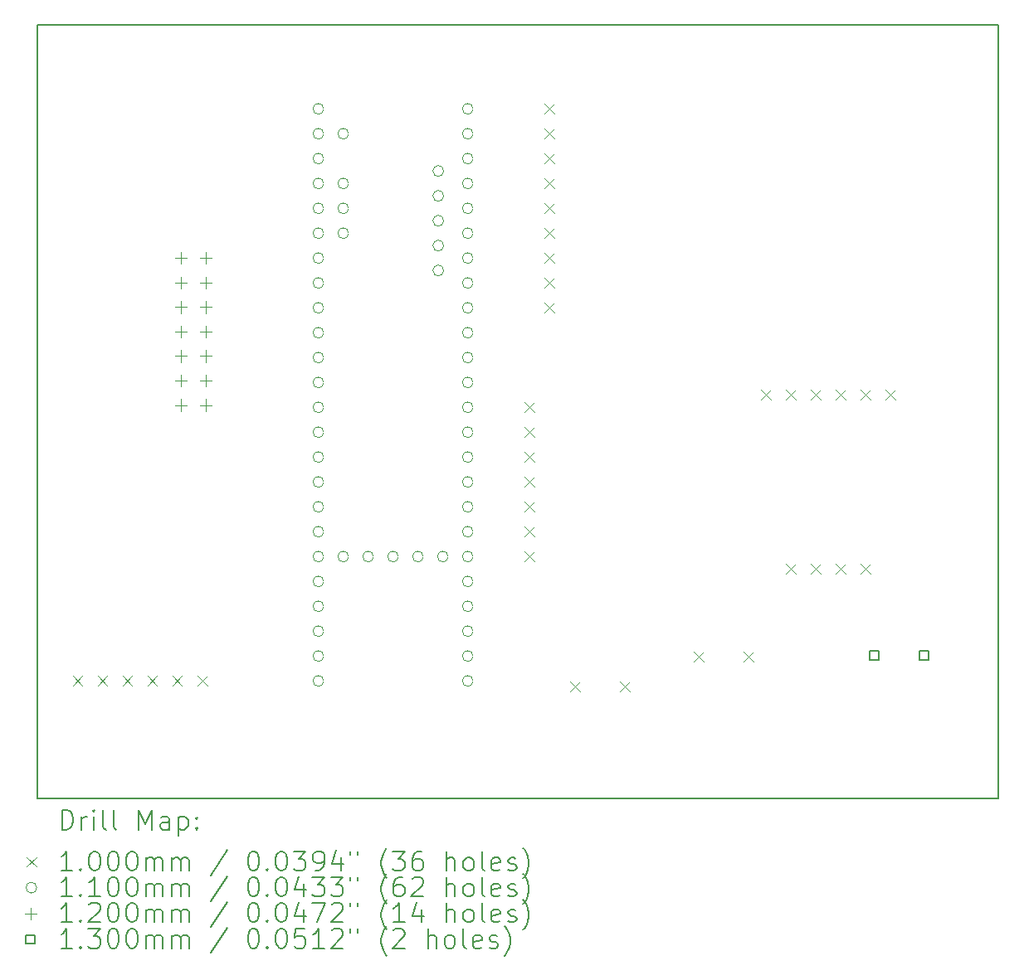
<source format=gbr>
%FSLAX45Y45*%
G04 Gerber Fmt 4.5, Leading zero omitted, Abs format (unit mm)*
G04 Created by KiCad (PCBNEW 6.0.5-a6ca702e91~116~ubuntu20.04.1) date 2022-06-23 19:21:57*
%MOMM*%
%LPD*%
G01*
G04 APERTURE LIST*
%TA.AperFunction,Profile*%
%ADD10C,0.200000*%
%TD*%
%ADD11C,0.200000*%
%ADD12C,0.100000*%
%ADD13C,0.110000*%
%ADD14C,0.120000*%
%ADD15C,0.130000*%
G04 APERTURE END LIST*
D10*
X10020300Y-5676900D02*
X19824700Y-5676900D01*
X19824700Y-5676900D02*
X19824700Y-13576900D01*
X19824700Y-13576900D02*
X10020300Y-13576900D01*
X10020300Y-13576900D02*
X10020300Y-5676900D01*
D11*
D12*
X10376700Y-12326450D02*
X10476700Y-12426450D01*
X10476700Y-12326450D02*
X10376700Y-12426450D01*
X10630700Y-12326450D02*
X10730700Y-12426450D01*
X10730700Y-12326450D02*
X10630700Y-12426450D01*
X10884700Y-12326450D02*
X10984700Y-12426450D01*
X10984700Y-12326450D02*
X10884700Y-12426450D01*
X11138700Y-12326450D02*
X11238700Y-12426450D01*
X11238700Y-12326450D02*
X11138700Y-12426450D01*
X11392700Y-12326450D02*
X11492700Y-12426450D01*
X11492700Y-12326450D02*
X11392700Y-12426450D01*
X11650700Y-12326450D02*
X11750700Y-12426450D01*
X11750700Y-12326450D02*
X11650700Y-12426450D01*
X14986800Y-9532450D02*
X15086800Y-9632450D01*
X15086800Y-9532450D02*
X14986800Y-9632450D01*
X14986800Y-9786450D02*
X15086800Y-9886450D01*
X15086800Y-9786450D02*
X14986800Y-9886450D01*
X14986800Y-10040450D02*
X15086800Y-10140450D01*
X15086800Y-10040450D02*
X14986800Y-10140450D01*
X14986800Y-10294450D02*
X15086800Y-10394450D01*
X15086800Y-10294450D02*
X14986800Y-10394450D01*
X14986800Y-10548450D02*
X15086800Y-10648450D01*
X15086800Y-10548450D02*
X14986800Y-10648450D01*
X14986800Y-10802450D02*
X15086800Y-10902450D01*
X15086800Y-10802450D02*
X14986800Y-10902450D01*
X14986800Y-11056450D02*
X15086800Y-11156450D01*
X15086800Y-11056450D02*
X14986800Y-11156450D01*
X15190000Y-6482444D02*
X15290000Y-6582444D01*
X15290000Y-6482444D02*
X15190000Y-6582444D01*
X15190000Y-6736444D02*
X15290000Y-6836444D01*
X15290000Y-6736444D02*
X15190000Y-6836444D01*
X15190000Y-6990444D02*
X15290000Y-7090444D01*
X15290000Y-6990444D02*
X15190000Y-7090444D01*
X15190000Y-7244444D02*
X15290000Y-7344444D01*
X15290000Y-7244444D02*
X15190000Y-7344444D01*
X15190000Y-7498444D02*
X15290000Y-7598444D01*
X15290000Y-7498444D02*
X15190000Y-7598444D01*
X15190000Y-7752444D02*
X15290000Y-7852444D01*
X15290000Y-7752444D02*
X15190000Y-7852444D01*
X15190000Y-8006444D02*
X15290000Y-8106444D01*
X15290000Y-8006444D02*
X15190000Y-8106444D01*
X15190000Y-8260444D02*
X15290000Y-8360444D01*
X15290000Y-8260444D02*
X15190000Y-8360444D01*
X15190000Y-8514444D02*
X15290000Y-8614444D01*
X15290000Y-8514444D02*
X15190000Y-8614444D01*
X15453500Y-12386500D02*
X15553500Y-12486500D01*
X15553500Y-12386500D02*
X15453500Y-12486500D01*
X15961500Y-12386500D02*
X16061500Y-12486500D01*
X16061500Y-12386500D02*
X15961500Y-12486500D01*
X16717200Y-12081950D02*
X16817200Y-12181950D01*
X16817200Y-12081950D02*
X16717200Y-12181950D01*
X17225200Y-12081950D02*
X17325200Y-12181950D01*
X17325200Y-12081950D02*
X17225200Y-12181950D01*
X17403509Y-9405450D02*
X17503509Y-9505450D01*
X17503509Y-9405450D02*
X17403509Y-9505450D01*
X17657509Y-9405450D02*
X17757509Y-9505450D01*
X17757509Y-9405450D02*
X17657509Y-9505450D01*
X17657509Y-11183450D02*
X17757509Y-11283450D01*
X17757509Y-11183450D02*
X17657509Y-11283450D01*
X17911509Y-9405450D02*
X18011509Y-9505450D01*
X18011509Y-9405450D02*
X17911509Y-9505450D01*
X17911509Y-11183450D02*
X18011509Y-11283450D01*
X18011509Y-11183450D02*
X17911509Y-11283450D01*
X18165509Y-9405450D02*
X18265509Y-9505450D01*
X18265509Y-9405450D02*
X18165509Y-9505450D01*
X18165509Y-11183450D02*
X18265509Y-11283450D01*
X18265509Y-11183450D02*
X18165509Y-11283450D01*
X18419509Y-9405450D02*
X18519509Y-9505450D01*
X18519509Y-9405450D02*
X18419509Y-9505450D01*
X18419509Y-11183450D02*
X18519509Y-11283450D01*
X18519509Y-11183450D02*
X18419509Y-11283450D01*
X18673509Y-9405450D02*
X18773509Y-9505450D01*
X18773509Y-9405450D02*
X18673509Y-9505450D01*
D13*
X12938407Y-6537444D02*
G75*
G03*
X12938407Y-6537444I-55000J0D01*
G01*
X12938407Y-6791444D02*
G75*
G03*
X12938407Y-6791444I-55000J0D01*
G01*
X12938407Y-7045444D02*
G75*
G03*
X12938407Y-7045444I-55000J0D01*
G01*
X12938407Y-7299444D02*
G75*
G03*
X12938407Y-7299444I-55000J0D01*
G01*
X12938407Y-7553444D02*
G75*
G03*
X12938407Y-7553444I-55000J0D01*
G01*
X12938407Y-7807444D02*
G75*
G03*
X12938407Y-7807444I-55000J0D01*
G01*
X12938407Y-8061444D02*
G75*
G03*
X12938407Y-8061444I-55000J0D01*
G01*
X12938407Y-8315444D02*
G75*
G03*
X12938407Y-8315444I-55000J0D01*
G01*
X12938407Y-8569444D02*
G75*
G03*
X12938407Y-8569444I-55000J0D01*
G01*
X12938407Y-8823444D02*
G75*
G03*
X12938407Y-8823444I-55000J0D01*
G01*
X12938407Y-9077444D02*
G75*
G03*
X12938407Y-9077444I-55000J0D01*
G01*
X12938407Y-9331444D02*
G75*
G03*
X12938407Y-9331444I-55000J0D01*
G01*
X12938407Y-9585444D02*
G75*
G03*
X12938407Y-9585444I-55000J0D01*
G01*
X12938407Y-9839444D02*
G75*
G03*
X12938407Y-9839444I-55000J0D01*
G01*
X12938407Y-10093444D02*
G75*
G03*
X12938407Y-10093444I-55000J0D01*
G01*
X12938407Y-10347444D02*
G75*
G03*
X12938407Y-10347444I-55000J0D01*
G01*
X12938407Y-10601444D02*
G75*
G03*
X12938407Y-10601444I-55000J0D01*
G01*
X12938407Y-10855444D02*
G75*
G03*
X12938407Y-10855444I-55000J0D01*
G01*
X12938407Y-11109444D02*
G75*
G03*
X12938407Y-11109444I-55000J0D01*
G01*
X12938407Y-11363444D02*
G75*
G03*
X12938407Y-11363444I-55000J0D01*
G01*
X12938407Y-11617444D02*
G75*
G03*
X12938407Y-11617444I-55000J0D01*
G01*
X12938407Y-11871444D02*
G75*
G03*
X12938407Y-11871444I-55000J0D01*
G01*
X12938407Y-12125444D02*
G75*
G03*
X12938407Y-12125444I-55000J0D01*
G01*
X12938407Y-12379444D02*
G75*
G03*
X12938407Y-12379444I-55000J0D01*
G01*
X13192407Y-6791444D02*
G75*
G03*
X13192407Y-6791444I-55000J0D01*
G01*
X13192407Y-7299444D02*
G75*
G03*
X13192407Y-7299444I-55000J0D01*
G01*
X13192407Y-7553444D02*
G75*
G03*
X13192407Y-7553444I-55000J0D01*
G01*
X13192407Y-7807444D02*
G75*
G03*
X13192407Y-7807444I-55000J0D01*
G01*
X13192407Y-11109444D02*
G75*
G03*
X13192407Y-11109444I-55000J0D01*
G01*
X13446407Y-11109444D02*
G75*
G03*
X13446407Y-11109444I-55000J0D01*
G01*
X13700407Y-11109444D02*
G75*
G03*
X13700407Y-11109444I-55000J0D01*
G01*
X13954407Y-11109444D02*
G75*
G03*
X13954407Y-11109444I-55000J0D01*
G01*
X14162407Y-7172444D02*
G75*
G03*
X14162407Y-7172444I-55000J0D01*
G01*
X14162407Y-7426444D02*
G75*
G03*
X14162407Y-7426444I-55000J0D01*
G01*
X14162407Y-7680444D02*
G75*
G03*
X14162407Y-7680444I-55000J0D01*
G01*
X14162407Y-7934444D02*
G75*
G03*
X14162407Y-7934444I-55000J0D01*
G01*
X14162407Y-8188444D02*
G75*
G03*
X14162407Y-8188444I-55000J0D01*
G01*
X14208407Y-11109444D02*
G75*
G03*
X14208407Y-11109444I-55000J0D01*
G01*
X14462407Y-6537444D02*
G75*
G03*
X14462407Y-6537444I-55000J0D01*
G01*
X14462407Y-6791444D02*
G75*
G03*
X14462407Y-6791444I-55000J0D01*
G01*
X14462407Y-7045444D02*
G75*
G03*
X14462407Y-7045444I-55000J0D01*
G01*
X14462407Y-7299444D02*
G75*
G03*
X14462407Y-7299444I-55000J0D01*
G01*
X14462407Y-7553444D02*
G75*
G03*
X14462407Y-7553444I-55000J0D01*
G01*
X14462407Y-7807444D02*
G75*
G03*
X14462407Y-7807444I-55000J0D01*
G01*
X14462407Y-8061444D02*
G75*
G03*
X14462407Y-8061444I-55000J0D01*
G01*
X14462407Y-8315444D02*
G75*
G03*
X14462407Y-8315444I-55000J0D01*
G01*
X14462407Y-8569444D02*
G75*
G03*
X14462407Y-8569444I-55000J0D01*
G01*
X14462407Y-8823444D02*
G75*
G03*
X14462407Y-8823444I-55000J0D01*
G01*
X14462407Y-9077444D02*
G75*
G03*
X14462407Y-9077444I-55000J0D01*
G01*
X14462407Y-9331444D02*
G75*
G03*
X14462407Y-9331444I-55000J0D01*
G01*
X14462407Y-9585444D02*
G75*
G03*
X14462407Y-9585444I-55000J0D01*
G01*
X14462407Y-9839444D02*
G75*
G03*
X14462407Y-9839444I-55000J0D01*
G01*
X14462407Y-10093444D02*
G75*
G03*
X14462407Y-10093444I-55000J0D01*
G01*
X14462407Y-10347444D02*
G75*
G03*
X14462407Y-10347444I-55000J0D01*
G01*
X14462407Y-10601444D02*
G75*
G03*
X14462407Y-10601444I-55000J0D01*
G01*
X14462407Y-10855444D02*
G75*
G03*
X14462407Y-10855444I-55000J0D01*
G01*
X14462407Y-11109444D02*
G75*
G03*
X14462407Y-11109444I-55000J0D01*
G01*
X14462407Y-11363444D02*
G75*
G03*
X14462407Y-11363444I-55000J0D01*
G01*
X14462407Y-11617444D02*
G75*
G03*
X14462407Y-11617444I-55000J0D01*
G01*
X14462407Y-11871444D02*
G75*
G03*
X14462407Y-11871444I-55000J0D01*
G01*
X14462407Y-12125444D02*
G75*
G03*
X14462407Y-12125444I-55000J0D01*
G01*
X14462407Y-12379444D02*
G75*
G03*
X14462407Y-12379444I-55000J0D01*
G01*
D14*
X11484509Y-8002450D02*
X11484509Y-8122450D01*
X11424509Y-8062450D02*
X11544509Y-8062450D01*
X11484509Y-8252450D02*
X11484509Y-8372450D01*
X11424509Y-8312450D02*
X11544509Y-8312450D01*
X11484509Y-8502450D02*
X11484509Y-8622450D01*
X11424509Y-8562450D02*
X11544509Y-8562450D01*
X11484509Y-8752450D02*
X11484509Y-8872450D01*
X11424509Y-8812450D02*
X11544509Y-8812450D01*
X11484509Y-9002450D02*
X11484509Y-9122450D01*
X11424509Y-9062450D02*
X11544509Y-9062450D01*
X11484509Y-9252450D02*
X11484509Y-9372450D01*
X11424509Y-9312450D02*
X11544509Y-9312450D01*
X11484509Y-9502450D02*
X11484509Y-9622450D01*
X11424509Y-9562450D02*
X11544509Y-9562450D01*
X11734509Y-8002450D02*
X11734509Y-8122450D01*
X11674509Y-8062450D02*
X11794509Y-8062450D01*
X11734509Y-8252450D02*
X11734509Y-8372450D01*
X11674509Y-8312450D02*
X11794509Y-8312450D01*
X11734509Y-8502450D02*
X11734509Y-8622450D01*
X11674509Y-8562450D02*
X11794509Y-8562450D01*
X11734509Y-8752450D02*
X11734509Y-8872450D01*
X11674509Y-8812450D02*
X11794509Y-8812450D01*
X11734509Y-9002450D02*
X11734509Y-9122450D01*
X11674509Y-9062450D02*
X11794509Y-9062450D01*
X11734509Y-9252450D02*
X11734509Y-9372450D01*
X11674509Y-9312450D02*
X11794509Y-9312450D01*
X11734509Y-9502450D02*
X11734509Y-9622450D01*
X11674509Y-9562450D02*
X11794509Y-9562450D01*
D15*
X18600662Y-12168412D02*
X18600662Y-12076488D01*
X18508738Y-12076488D01*
X18508738Y-12168412D01*
X18600662Y-12168412D01*
X19108662Y-12168412D02*
X19108662Y-12076488D01*
X19016738Y-12076488D01*
X19016738Y-12168412D01*
X19108662Y-12168412D01*
D11*
X10267919Y-13897376D02*
X10267919Y-13697376D01*
X10315538Y-13697376D01*
X10344110Y-13706900D01*
X10363157Y-13725948D01*
X10372681Y-13744995D01*
X10382205Y-13783090D01*
X10382205Y-13811662D01*
X10372681Y-13849757D01*
X10363157Y-13868805D01*
X10344110Y-13887852D01*
X10315538Y-13897376D01*
X10267919Y-13897376D01*
X10467919Y-13897376D02*
X10467919Y-13764043D01*
X10467919Y-13802138D02*
X10477443Y-13783090D01*
X10486967Y-13773567D01*
X10506014Y-13764043D01*
X10525062Y-13764043D01*
X10591729Y-13897376D02*
X10591729Y-13764043D01*
X10591729Y-13697376D02*
X10582205Y-13706900D01*
X10591729Y-13716424D01*
X10601252Y-13706900D01*
X10591729Y-13697376D01*
X10591729Y-13716424D01*
X10715538Y-13897376D02*
X10696490Y-13887852D01*
X10686967Y-13868805D01*
X10686967Y-13697376D01*
X10820300Y-13897376D02*
X10801252Y-13887852D01*
X10791729Y-13868805D01*
X10791729Y-13697376D01*
X11048871Y-13897376D02*
X11048871Y-13697376D01*
X11115538Y-13840233D01*
X11182205Y-13697376D01*
X11182205Y-13897376D01*
X11363157Y-13897376D02*
X11363157Y-13792614D01*
X11353633Y-13773567D01*
X11334586Y-13764043D01*
X11296490Y-13764043D01*
X11277443Y-13773567D01*
X11363157Y-13887852D02*
X11344109Y-13897376D01*
X11296490Y-13897376D01*
X11277443Y-13887852D01*
X11267919Y-13868805D01*
X11267919Y-13849757D01*
X11277443Y-13830709D01*
X11296490Y-13821186D01*
X11344109Y-13821186D01*
X11363157Y-13811662D01*
X11458395Y-13764043D02*
X11458395Y-13964043D01*
X11458395Y-13773567D02*
X11477443Y-13764043D01*
X11515538Y-13764043D01*
X11534586Y-13773567D01*
X11544109Y-13783090D01*
X11553633Y-13802138D01*
X11553633Y-13859281D01*
X11544109Y-13878328D01*
X11534586Y-13887852D01*
X11515538Y-13897376D01*
X11477443Y-13897376D01*
X11458395Y-13887852D01*
X11639348Y-13878328D02*
X11648871Y-13887852D01*
X11639348Y-13897376D01*
X11629824Y-13887852D01*
X11639348Y-13878328D01*
X11639348Y-13897376D01*
X11639348Y-13773567D02*
X11648871Y-13783090D01*
X11639348Y-13792614D01*
X11629824Y-13783090D01*
X11639348Y-13773567D01*
X11639348Y-13792614D01*
D12*
X9910300Y-14176900D02*
X10010300Y-14276900D01*
X10010300Y-14176900D02*
X9910300Y-14276900D01*
D11*
X10372681Y-14317376D02*
X10258395Y-14317376D01*
X10315538Y-14317376D02*
X10315538Y-14117376D01*
X10296490Y-14145948D01*
X10277443Y-14164995D01*
X10258395Y-14174519D01*
X10458395Y-14298328D02*
X10467919Y-14307852D01*
X10458395Y-14317376D01*
X10448871Y-14307852D01*
X10458395Y-14298328D01*
X10458395Y-14317376D01*
X10591729Y-14117376D02*
X10610776Y-14117376D01*
X10629824Y-14126900D01*
X10639348Y-14136424D01*
X10648871Y-14155471D01*
X10658395Y-14193567D01*
X10658395Y-14241186D01*
X10648871Y-14279281D01*
X10639348Y-14298328D01*
X10629824Y-14307852D01*
X10610776Y-14317376D01*
X10591729Y-14317376D01*
X10572681Y-14307852D01*
X10563157Y-14298328D01*
X10553633Y-14279281D01*
X10544110Y-14241186D01*
X10544110Y-14193567D01*
X10553633Y-14155471D01*
X10563157Y-14136424D01*
X10572681Y-14126900D01*
X10591729Y-14117376D01*
X10782205Y-14117376D02*
X10801252Y-14117376D01*
X10820300Y-14126900D01*
X10829824Y-14136424D01*
X10839348Y-14155471D01*
X10848871Y-14193567D01*
X10848871Y-14241186D01*
X10839348Y-14279281D01*
X10829824Y-14298328D01*
X10820300Y-14307852D01*
X10801252Y-14317376D01*
X10782205Y-14317376D01*
X10763157Y-14307852D01*
X10753633Y-14298328D01*
X10744110Y-14279281D01*
X10734586Y-14241186D01*
X10734586Y-14193567D01*
X10744110Y-14155471D01*
X10753633Y-14136424D01*
X10763157Y-14126900D01*
X10782205Y-14117376D01*
X10972681Y-14117376D02*
X10991729Y-14117376D01*
X11010776Y-14126900D01*
X11020300Y-14136424D01*
X11029824Y-14155471D01*
X11039348Y-14193567D01*
X11039348Y-14241186D01*
X11029824Y-14279281D01*
X11020300Y-14298328D01*
X11010776Y-14307852D01*
X10991729Y-14317376D01*
X10972681Y-14317376D01*
X10953633Y-14307852D01*
X10944110Y-14298328D01*
X10934586Y-14279281D01*
X10925062Y-14241186D01*
X10925062Y-14193567D01*
X10934586Y-14155471D01*
X10944110Y-14136424D01*
X10953633Y-14126900D01*
X10972681Y-14117376D01*
X11125062Y-14317376D02*
X11125062Y-14184043D01*
X11125062Y-14203090D02*
X11134586Y-14193567D01*
X11153633Y-14184043D01*
X11182205Y-14184043D01*
X11201252Y-14193567D01*
X11210776Y-14212614D01*
X11210776Y-14317376D01*
X11210776Y-14212614D02*
X11220300Y-14193567D01*
X11239348Y-14184043D01*
X11267919Y-14184043D01*
X11286967Y-14193567D01*
X11296490Y-14212614D01*
X11296490Y-14317376D01*
X11391728Y-14317376D02*
X11391728Y-14184043D01*
X11391728Y-14203090D02*
X11401252Y-14193567D01*
X11420300Y-14184043D01*
X11448871Y-14184043D01*
X11467919Y-14193567D01*
X11477443Y-14212614D01*
X11477443Y-14317376D01*
X11477443Y-14212614D02*
X11486967Y-14193567D01*
X11506014Y-14184043D01*
X11534586Y-14184043D01*
X11553633Y-14193567D01*
X11563157Y-14212614D01*
X11563157Y-14317376D01*
X11953633Y-14107852D02*
X11782205Y-14364995D01*
X12210776Y-14117376D02*
X12229824Y-14117376D01*
X12248871Y-14126900D01*
X12258395Y-14136424D01*
X12267919Y-14155471D01*
X12277443Y-14193567D01*
X12277443Y-14241186D01*
X12267919Y-14279281D01*
X12258395Y-14298328D01*
X12248871Y-14307852D01*
X12229824Y-14317376D01*
X12210776Y-14317376D01*
X12191728Y-14307852D01*
X12182205Y-14298328D01*
X12172681Y-14279281D01*
X12163157Y-14241186D01*
X12163157Y-14193567D01*
X12172681Y-14155471D01*
X12182205Y-14136424D01*
X12191728Y-14126900D01*
X12210776Y-14117376D01*
X12363157Y-14298328D02*
X12372681Y-14307852D01*
X12363157Y-14317376D01*
X12353633Y-14307852D01*
X12363157Y-14298328D01*
X12363157Y-14317376D01*
X12496490Y-14117376D02*
X12515538Y-14117376D01*
X12534586Y-14126900D01*
X12544109Y-14136424D01*
X12553633Y-14155471D01*
X12563157Y-14193567D01*
X12563157Y-14241186D01*
X12553633Y-14279281D01*
X12544109Y-14298328D01*
X12534586Y-14307852D01*
X12515538Y-14317376D01*
X12496490Y-14317376D01*
X12477443Y-14307852D01*
X12467919Y-14298328D01*
X12458395Y-14279281D01*
X12448871Y-14241186D01*
X12448871Y-14193567D01*
X12458395Y-14155471D01*
X12467919Y-14136424D01*
X12477443Y-14126900D01*
X12496490Y-14117376D01*
X12629824Y-14117376D02*
X12753633Y-14117376D01*
X12686967Y-14193567D01*
X12715538Y-14193567D01*
X12734586Y-14203090D01*
X12744109Y-14212614D01*
X12753633Y-14231662D01*
X12753633Y-14279281D01*
X12744109Y-14298328D01*
X12734586Y-14307852D01*
X12715538Y-14317376D01*
X12658395Y-14317376D01*
X12639348Y-14307852D01*
X12629824Y-14298328D01*
X12848871Y-14317376D02*
X12886967Y-14317376D01*
X12906014Y-14307852D01*
X12915538Y-14298328D01*
X12934586Y-14269757D01*
X12944109Y-14231662D01*
X12944109Y-14155471D01*
X12934586Y-14136424D01*
X12925062Y-14126900D01*
X12906014Y-14117376D01*
X12867919Y-14117376D01*
X12848871Y-14126900D01*
X12839348Y-14136424D01*
X12829824Y-14155471D01*
X12829824Y-14203090D01*
X12839348Y-14222138D01*
X12848871Y-14231662D01*
X12867919Y-14241186D01*
X12906014Y-14241186D01*
X12925062Y-14231662D01*
X12934586Y-14222138D01*
X12944109Y-14203090D01*
X13115538Y-14184043D02*
X13115538Y-14317376D01*
X13067919Y-14107852D02*
X13020300Y-14250709D01*
X13144109Y-14250709D01*
X13210776Y-14117376D02*
X13210776Y-14155471D01*
X13286967Y-14117376D02*
X13286967Y-14155471D01*
X13582205Y-14393567D02*
X13572681Y-14384043D01*
X13553633Y-14355471D01*
X13544109Y-14336424D01*
X13534586Y-14307852D01*
X13525062Y-14260233D01*
X13525062Y-14222138D01*
X13534586Y-14174519D01*
X13544109Y-14145948D01*
X13553633Y-14126900D01*
X13572681Y-14098328D01*
X13582205Y-14088805D01*
X13639348Y-14117376D02*
X13763157Y-14117376D01*
X13696490Y-14193567D01*
X13725062Y-14193567D01*
X13744109Y-14203090D01*
X13753633Y-14212614D01*
X13763157Y-14231662D01*
X13763157Y-14279281D01*
X13753633Y-14298328D01*
X13744109Y-14307852D01*
X13725062Y-14317376D01*
X13667919Y-14317376D01*
X13648871Y-14307852D01*
X13639348Y-14298328D01*
X13934586Y-14117376D02*
X13896490Y-14117376D01*
X13877443Y-14126900D01*
X13867919Y-14136424D01*
X13848871Y-14164995D01*
X13839348Y-14203090D01*
X13839348Y-14279281D01*
X13848871Y-14298328D01*
X13858395Y-14307852D01*
X13877443Y-14317376D01*
X13915538Y-14317376D01*
X13934586Y-14307852D01*
X13944109Y-14298328D01*
X13953633Y-14279281D01*
X13953633Y-14231662D01*
X13944109Y-14212614D01*
X13934586Y-14203090D01*
X13915538Y-14193567D01*
X13877443Y-14193567D01*
X13858395Y-14203090D01*
X13848871Y-14212614D01*
X13839348Y-14231662D01*
X14191728Y-14317376D02*
X14191728Y-14117376D01*
X14277443Y-14317376D02*
X14277443Y-14212614D01*
X14267919Y-14193567D01*
X14248871Y-14184043D01*
X14220300Y-14184043D01*
X14201252Y-14193567D01*
X14191728Y-14203090D01*
X14401252Y-14317376D02*
X14382205Y-14307852D01*
X14372681Y-14298328D01*
X14363157Y-14279281D01*
X14363157Y-14222138D01*
X14372681Y-14203090D01*
X14382205Y-14193567D01*
X14401252Y-14184043D01*
X14429824Y-14184043D01*
X14448871Y-14193567D01*
X14458395Y-14203090D01*
X14467919Y-14222138D01*
X14467919Y-14279281D01*
X14458395Y-14298328D01*
X14448871Y-14307852D01*
X14429824Y-14317376D01*
X14401252Y-14317376D01*
X14582205Y-14317376D02*
X14563157Y-14307852D01*
X14553633Y-14288805D01*
X14553633Y-14117376D01*
X14734586Y-14307852D02*
X14715538Y-14317376D01*
X14677443Y-14317376D01*
X14658395Y-14307852D01*
X14648871Y-14288805D01*
X14648871Y-14212614D01*
X14658395Y-14193567D01*
X14677443Y-14184043D01*
X14715538Y-14184043D01*
X14734586Y-14193567D01*
X14744109Y-14212614D01*
X14744109Y-14231662D01*
X14648871Y-14250709D01*
X14820300Y-14307852D02*
X14839348Y-14317376D01*
X14877443Y-14317376D01*
X14896490Y-14307852D01*
X14906014Y-14288805D01*
X14906014Y-14279281D01*
X14896490Y-14260233D01*
X14877443Y-14250709D01*
X14848871Y-14250709D01*
X14829824Y-14241186D01*
X14820300Y-14222138D01*
X14820300Y-14212614D01*
X14829824Y-14193567D01*
X14848871Y-14184043D01*
X14877443Y-14184043D01*
X14896490Y-14193567D01*
X14972681Y-14393567D02*
X14982205Y-14384043D01*
X15001252Y-14355471D01*
X15010776Y-14336424D01*
X15020300Y-14307852D01*
X15029824Y-14260233D01*
X15029824Y-14222138D01*
X15020300Y-14174519D01*
X15010776Y-14145948D01*
X15001252Y-14126900D01*
X14982205Y-14098328D01*
X14972681Y-14088805D01*
D13*
X10010300Y-14490900D02*
G75*
G03*
X10010300Y-14490900I-55000J0D01*
G01*
D11*
X10372681Y-14581376D02*
X10258395Y-14581376D01*
X10315538Y-14581376D02*
X10315538Y-14381376D01*
X10296490Y-14409948D01*
X10277443Y-14428995D01*
X10258395Y-14438519D01*
X10458395Y-14562328D02*
X10467919Y-14571852D01*
X10458395Y-14581376D01*
X10448871Y-14571852D01*
X10458395Y-14562328D01*
X10458395Y-14581376D01*
X10658395Y-14581376D02*
X10544110Y-14581376D01*
X10601252Y-14581376D02*
X10601252Y-14381376D01*
X10582205Y-14409948D01*
X10563157Y-14428995D01*
X10544110Y-14438519D01*
X10782205Y-14381376D02*
X10801252Y-14381376D01*
X10820300Y-14390900D01*
X10829824Y-14400424D01*
X10839348Y-14419471D01*
X10848871Y-14457567D01*
X10848871Y-14505186D01*
X10839348Y-14543281D01*
X10829824Y-14562328D01*
X10820300Y-14571852D01*
X10801252Y-14581376D01*
X10782205Y-14581376D01*
X10763157Y-14571852D01*
X10753633Y-14562328D01*
X10744110Y-14543281D01*
X10734586Y-14505186D01*
X10734586Y-14457567D01*
X10744110Y-14419471D01*
X10753633Y-14400424D01*
X10763157Y-14390900D01*
X10782205Y-14381376D01*
X10972681Y-14381376D02*
X10991729Y-14381376D01*
X11010776Y-14390900D01*
X11020300Y-14400424D01*
X11029824Y-14419471D01*
X11039348Y-14457567D01*
X11039348Y-14505186D01*
X11029824Y-14543281D01*
X11020300Y-14562328D01*
X11010776Y-14571852D01*
X10991729Y-14581376D01*
X10972681Y-14581376D01*
X10953633Y-14571852D01*
X10944110Y-14562328D01*
X10934586Y-14543281D01*
X10925062Y-14505186D01*
X10925062Y-14457567D01*
X10934586Y-14419471D01*
X10944110Y-14400424D01*
X10953633Y-14390900D01*
X10972681Y-14381376D01*
X11125062Y-14581376D02*
X11125062Y-14448043D01*
X11125062Y-14467090D02*
X11134586Y-14457567D01*
X11153633Y-14448043D01*
X11182205Y-14448043D01*
X11201252Y-14457567D01*
X11210776Y-14476614D01*
X11210776Y-14581376D01*
X11210776Y-14476614D02*
X11220300Y-14457567D01*
X11239348Y-14448043D01*
X11267919Y-14448043D01*
X11286967Y-14457567D01*
X11296490Y-14476614D01*
X11296490Y-14581376D01*
X11391728Y-14581376D02*
X11391728Y-14448043D01*
X11391728Y-14467090D02*
X11401252Y-14457567D01*
X11420300Y-14448043D01*
X11448871Y-14448043D01*
X11467919Y-14457567D01*
X11477443Y-14476614D01*
X11477443Y-14581376D01*
X11477443Y-14476614D02*
X11486967Y-14457567D01*
X11506014Y-14448043D01*
X11534586Y-14448043D01*
X11553633Y-14457567D01*
X11563157Y-14476614D01*
X11563157Y-14581376D01*
X11953633Y-14371852D02*
X11782205Y-14628995D01*
X12210776Y-14381376D02*
X12229824Y-14381376D01*
X12248871Y-14390900D01*
X12258395Y-14400424D01*
X12267919Y-14419471D01*
X12277443Y-14457567D01*
X12277443Y-14505186D01*
X12267919Y-14543281D01*
X12258395Y-14562328D01*
X12248871Y-14571852D01*
X12229824Y-14581376D01*
X12210776Y-14581376D01*
X12191728Y-14571852D01*
X12182205Y-14562328D01*
X12172681Y-14543281D01*
X12163157Y-14505186D01*
X12163157Y-14457567D01*
X12172681Y-14419471D01*
X12182205Y-14400424D01*
X12191728Y-14390900D01*
X12210776Y-14381376D01*
X12363157Y-14562328D02*
X12372681Y-14571852D01*
X12363157Y-14581376D01*
X12353633Y-14571852D01*
X12363157Y-14562328D01*
X12363157Y-14581376D01*
X12496490Y-14381376D02*
X12515538Y-14381376D01*
X12534586Y-14390900D01*
X12544109Y-14400424D01*
X12553633Y-14419471D01*
X12563157Y-14457567D01*
X12563157Y-14505186D01*
X12553633Y-14543281D01*
X12544109Y-14562328D01*
X12534586Y-14571852D01*
X12515538Y-14581376D01*
X12496490Y-14581376D01*
X12477443Y-14571852D01*
X12467919Y-14562328D01*
X12458395Y-14543281D01*
X12448871Y-14505186D01*
X12448871Y-14457567D01*
X12458395Y-14419471D01*
X12467919Y-14400424D01*
X12477443Y-14390900D01*
X12496490Y-14381376D01*
X12734586Y-14448043D02*
X12734586Y-14581376D01*
X12686967Y-14371852D02*
X12639348Y-14514709D01*
X12763157Y-14514709D01*
X12820300Y-14381376D02*
X12944109Y-14381376D01*
X12877443Y-14457567D01*
X12906014Y-14457567D01*
X12925062Y-14467090D01*
X12934586Y-14476614D01*
X12944109Y-14495662D01*
X12944109Y-14543281D01*
X12934586Y-14562328D01*
X12925062Y-14571852D01*
X12906014Y-14581376D01*
X12848871Y-14581376D01*
X12829824Y-14571852D01*
X12820300Y-14562328D01*
X13010776Y-14381376D02*
X13134586Y-14381376D01*
X13067919Y-14457567D01*
X13096490Y-14457567D01*
X13115538Y-14467090D01*
X13125062Y-14476614D01*
X13134586Y-14495662D01*
X13134586Y-14543281D01*
X13125062Y-14562328D01*
X13115538Y-14571852D01*
X13096490Y-14581376D01*
X13039348Y-14581376D01*
X13020300Y-14571852D01*
X13010776Y-14562328D01*
X13210776Y-14381376D02*
X13210776Y-14419471D01*
X13286967Y-14381376D02*
X13286967Y-14419471D01*
X13582205Y-14657567D02*
X13572681Y-14648043D01*
X13553633Y-14619471D01*
X13544109Y-14600424D01*
X13534586Y-14571852D01*
X13525062Y-14524233D01*
X13525062Y-14486138D01*
X13534586Y-14438519D01*
X13544109Y-14409948D01*
X13553633Y-14390900D01*
X13572681Y-14362328D01*
X13582205Y-14352805D01*
X13744109Y-14381376D02*
X13706014Y-14381376D01*
X13686967Y-14390900D01*
X13677443Y-14400424D01*
X13658395Y-14428995D01*
X13648871Y-14467090D01*
X13648871Y-14543281D01*
X13658395Y-14562328D01*
X13667919Y-14571852D01*
X13686967Y-14581376D01*
X13725062Y-14581376D01*
X13744109Y-14571852D01*
X13753633Y-14562328D01*
X13763157Y-14543281D01*
X13763157Y-14495662D01*
X13753633Y-14476614D01*
X13744109Y-14467090D01*
X13725062Y-14457567D01*
X13686967Y-14457567D01*
X13667919Y-14467090D01*
X13658395Y-14476614D01*
X13648871Y-14495662D01*
X13839348Y-14400424D02*
X13848871Y-14390900D01*
X13867919Y-14381376D01*
X13915538Y-14381376D01*
X13934586Y-14390900D01*
X13944109Y-14400424D01*
X13953633Y-14419471D01*
X13953633Y-14438519D01*
X13944109Y-14467090D01*
X13829824Y-14581376D01*
X13953633Y-14581376D01*
X14191728Y-14581376D02*
X14191728Y-14381376D01*
X14277443Y-14581376D02*
X14277443Y-14476614D01*
X14267919Y-14457567D01*
X14248871Y-14448043D01*
X14220300Y-14448043D01*
X14201252Y-14457567D01*
X14191728Y-14467090D01*
X14401252Y-14581376D02*
X14382205Y-14571852D01*
X14372681Y-14562328D01*
X14363157Y-14543281D01*
X14363157Y-14486138D01*
X14372681Y-14467090D01*
X14382205Y-14457567D01*
X14401252Y-14448043D01*
X14429824Y-14448043D01*
X14448871Y-14457567D01*
X14458395Y-14467090D01*
X14467919Y-14486138D01*
X14467919Y-14543281D01*
X14458395Y-14562328D01*
X14448871Y-14571852D01*
X14429824Y-14581376D01*
X14401252Y-14581376D01*
X14582205Y-14581376D02*
X14563157Y-14571852D01*
X14553633Y-14552805D01*
X14553633Y-14381376D01*
X14734586Y-14571852D02*
X14715538Y-14581376D01*
X14677443Y-14581376D01*
X14658395Y-14571852D01*
X14648871Y-14552805D01*
X14648871Y-14476614D01*
X14658395Y-14457567D01*
X14677443Y-14448043D01*
X14715538Y-14448043D01*
X14734586Y-14457567D01*
X14744109Y-14476614D01*
X14744109Y-14495662D01*
X14648871Y-14514709D01*
X14820300Y-14571852D02*
X14839348Y-14581376D01*
X14877443Y-14581376D01*
X14896490Y-14571852D01*
X14906014Y-14552805D01*
X14906014Y-14543281D01*
X14896490Y-14524233D01*
X14877443Y-14514709D01*
X14848871Y-14514709D01*
X14829824Y-14505186D01*
X14820300Y-14486138D01*
X14820300Y-14476614D01*
X14829824Y-14457567D01*
X14848871Y-14448043D01*
X14877443Y-14448043D01*
X14896490Y-14457567D01*
X14972681Y-14657567D02*
X14982205Y-14648043D01*
X15001252Y-14619471D01*
X15010776Y-14600424D01*
X15020300Y-14571852D01*
X15029824Y-14524233D01*
X15029824Y-14486138D01*
X15020300Y-14438519D01*
X15010776Y-14409948D01*
X15001252Y-14390900D01*
X14982205Y-14362328D01*
X14972681Y-14352805D01*
D14*
X9950300Y-14694900D02*
X9950300Y-14814900D01*
X9890300Y-14754900D02*
X10010300Y-14754900D01*
D11*
X10372681Y-14845376D02*
X10258395Y-14845376D01*
X10315538Y-14845376D02*
X10315538Y-14645376D01*
X10296490Y-14673948D01*
X10277443Y-14692995D01*
X10258395Y-14702519D01*
X10458395Y-14826328D02*
X10467919Y-14835852D01*
X10458395Y-14845376D01*
X10448871Y-14835852D01*
X10458395Y-14826328D01*
X10458395Y-14845376D01*
X10544110Y-14664424D02*
X10553633Y-14654900D01*
X10572681Y-14645376D01*
X10620300Y-14645376D01*
X10639348Y-14654900D01*
X10648871Y-14664424D01*
X10658395Y-14683471D01*
X10658395Y-14702519D01*
X10648871Y-14731090D01*
X10534586Y-14845376D01*
X10658395Y-14845376D01*
X10782205Y-14645376D02*
X10801252Y-14645376D01*
X10820300Y-14654900D01*
X10829824Y-14664424D01*
X10839348Y-14683471D01*
X10848871Y-14721567D01*
X10848871Y-14769186D01*
X10839348Y-14807281D01*
X10829824Y-14826328D01*
X10820300Y-14835852D01*
X10801252Y-14845376D01*
X10782205Y-14845376D01*
X10763157Y-14835852D01*
X10753633Y-14826328D01*
X10744110Y-14807281D01*
X10734586Y-14769186D01*
X10734586Y-14721567D01*
X10744110Y-14683471D01*
X10753633Y-14664424D01*
X10763157Y-14654900D01*
X10782205Y-14645376D01*
X10972681Y-14645376D02*
X10991729Y-14645376D01*
X11010776Y-14654900D01*
X11020300Y-14664424D01*
X11029824Y-14683471D01*
X11039348Y-14721567D01*
X11039348Y-14769186D01*
X11029824Y-14807281D01*
X11020300Y-14826328D01*
X11010776Y-14835852D01*
X10991729Y-14845376D01*
X10972681Y-14845376D01*
X10953633Y-14835852D01*
X10944110Y-14826328D01*
X10934586Y-14807281D01*
X10925062Y-14769186D01*
X10925062Y-14721567D01*
X10934586Y-14683471D01*
X10944110Y-14664424D01*
X10953633Y-14654900D01*
X10972681Y-14645376D01*
X11125062Y-14845376D02*
X11125062Y-14712043D01*
X11125062Y-14731090D02*
X11134586Y-14721567D01*
X11153633Y-14712043D01*
X11182205Y-14712043D01*
X11201252Y-14721567D01*
X11210776Y-14740614D01*
X11210776Y-14845376D01*
X11210776Y-14740614D02*
X11220300Y-14721567D01*
X11239348Y-14712043D01*
X11267919Y-14712043D01*
X11286967Y-14721567D01*
X11296490Y-14740614D01*
X11296490Y-14845376D01*
X11391728Y-14845376D02*
X11391728Y-14712043D01*
X11391728Y-14731090D02*
X11401252Y-14721567D01*
X11420300Y-14712043D01*
X11448871Y-14712043D01*
X11467919Y-14721567D01*
X11477443Y-14740614D01*
X11477443Y-14845376D01*
X11477443Y-14740614D02*
X11486967Y-14721567D01*
X11506014Y-14712043D01*
X11534586Y-14712043D01*
X11553633Y-14721567D01*
X11563157Y-14740614D01*
X11563157Y-14845376D01*
X11953633Y-14635852D02*
X11782205Y-14892995D01*
X12210776Y-14645376D02*
X12229824Y-14645376D01*
X12248871Y-14654900D01*
X12258395Y-14664424D01*
X12267919Y-14683471D01*
X12277443Y-14721567D01*
X12277443Y-14769186D01*
X12267919Y-14807281D01*
X12258395Y-14826328D01*
X12248871Y-14835852D01*
X12229824Y-14845376D01*
X12210776Y-14845376D01*
X12191728Y-14835852D01*
X12182205Y-14826328D01*
X12172681Y-14807281D01*
X12163157Y-14769186D01*
X12163157Y-14721567D01*
X12172681Y-14683471D01*
X12182205Y-14664424D01*
X12191728Y-14654900D01*
X12210776Y-14645376D01*
X12363157Y-14826328D02*
X12372681Y-14835852D01*
X12363157Y-14845376D01*
X12353633Y-14835852D01*
X12363157Y-14826328D01*
X12363157Y-14845376D01*
X12496490Y-14645376D02*
X12515538Y-14645376D01*
X12534586Y-14654900D01*
X12544109Y-14664424D01*
X12553633Y-14683471D01*
X12563157Y-14721567D01*
X12563157Y-14769186D01*
X12553633Y-14807281D01*
X12544109Y-14826328D01*
X12534586Y-14835852D01*
X12515538Y-14845376D01*
X12496490Y-14845376D01*
X12477443Y-14835852D01*
X12467919Y-14826328D01*
X12458395Y-14807281D01*
X12448871Y-14769186D01*
X12448871Y-14721567D01*
X12458395Y-14683471D01*
X12467919Y-14664424D01*
X12477443Y-14654900D01*
X12496490Y-14645376D01*
X12734586Y-14712043D02*
X12734586Y-14845376D01*
X12686967Y-14635852D02*
X12639348Y-14778709D01*
X12763157Y-14778709D01*
X12820300Y-14645376D02*
X12953633Y-14645376D01*
X12867919Y-14845376D01*
X13020300Y-14664424D02*
X13029824Y-14654900D01*
X13048871Y-14645376D01*
X13096490Y-14645376D01*
X13115538Y-14654900D01*
X13125062Y-14664424D01*
X13134586Y-14683471D01*
X13134586Y-14702519D01*
X13125062Y-14731090D01*
X13010776Y-14845376D01*
X13134586Y-14845376D01*
X13210776Y-14645376D02*
X13210776Y-14683471D01*
X13286967Y-14645376D02*
X13286967Y-14683471D01*
X13582205Y-14921567D02*
X13572681Y-14912043D01*
X13553633Y-14883471D01*
X13544109Y-14864424D01*
X13534586Y-14835852D01*
X13525062Y-14788233D01*
X13525062Y-14750138D01*
X13534586Y-14702519D01*
X13544109Y-14673948D01*
X13553633Y-14654900D01*
X13572681Y-14626328D01*
X13582205Y-14616805D01*
X13763157Y-14845376D02*
X13648871Y-14845376D01*
X13706014Y-14845376D02*
X13706014Y-14645376D01*
X13686967Y-14673948D01*
X13667919Y-14692995D01*
X13648871Y-14702519D01*
X13934586Y-14712043D02*
X13934586Y-14845376D01*
X13886967Y-14635852D02*
X13839348Y-14778709D01*
X13963157Y-14778709D01*
X14191728Y-14845376D02*
X14191728Y-14645376D01*
X14277443Y-14845376D02*
X14277443Y-14740614D01*
X14267919Y-14721567D01*
X14248871Y-14712043D01*
X14220300Y-14712043D01*
X14201252Y-14721567D01*
X14191728Y-14731090D01*
X14401252Y-14845376D02*
X14382205Y-14835852D01*
X14372681Y-14826328D01*
X14363157Y-14807281D01*
X14363157Y-14750138D01*
X14372681Y-14731090D01*
X14382205Y-14721567D01*
X14401252Y-14712043D01*
X14429824Y-14712043D01*
X14448871Y-14721567D01*
X14458395Y-14731090D01*
X14467919Y-14750138D01*
X14467919Y-14807281D01*
X14458395Y-14826328D01*
X14448871Y-14835852D01*
X14429824Y-14845376D01*
X14401252Y-14845376D01*
X14582205Y-14845376D02*
X14563157Y-14835852D01*
X14553633Y-14816805D01*
X14553633Y-14645376D01*
X14734586Y-14835852D02*
X14715538Y-14845376D01*
X14677443Y-14845376D01*
X14658395Y-14835852D01*
X14648871Y-14816805D01*
X14648871Y-14740614D01*
X14658395Y-14721567D01*
X14677443Y-14712043D01*
X14715538Y-14712043D01*
X14734586Y-14721567D01*
X14744109Y-14740614D01*
X14744109Y-14759662D01*
X14648871Y-14778709D01*
X14820300Y-14835852D02*
X14839348Y-14845376D01*
X14877443Y-14845376D01*
X14896490Y-14835852D01*
X14906014Y-14816805D01*
X14906014Y-14807281D01*
X14896490Y-14788233D01*
X14877443Y-14778709D01*
X14848871Y-14778709D01*
X14829824Y-14769186D01*
X14820300Y-14750138D01*
X14820300Y-14740614D01*
X14829824Y-14721567D01*
X14848871Y-14712043D01*
X14877443Y-14712043D01*
X14896490Y-14721567D01*
X14972681Y-14921567D02*
X14982205Y-14912043D01*
X15001252Y-14883471D01*
X15010776Y-14864424D01*
X15020300Y-14835852D01*
X15029824Y-14788233D01*
X15029824Y-14750138D01*
X15020300Y-14702519D01*
X15010776Y-14673948D01*
X15001252Y-14654900D01*
X14982205Y-14626328D01*
X14972681Y-14616805D01*
D15*
X9991262Y-15064862D02*
X9991262Y-14972938D01*
X9899338Y-14972938D01*
X9899338Y-15064862D01*
X9991262Y-15064862D01*
D11*
X10372681Y-15109376D02*
X10258395Y-15109376D01*
X10315538Y-15109376D02*
X10315538Y-14909376D01*
X10296490Y-14937948D01*
X10277443Y-14956995D01*
X10258395Y-14966519D01*
X10458395Y-15090328D02*
X10467919Y-15099852D01*
X10458395Y-15109376D01*
X10448871Y-15099852D01*
X10458395Y-15090328D01*
X10458395Y-15109376D01*
X10534586Y-14909376D02*
X10658395Y-14909376D01*
X10591729Y-14985567D01*
X10620300Y-14985567D01*
X10639348Y-14995090D01*
X10648871Y-15004614D01*
X10658395Y-15023662D01*
X10658395Y-15071281D01*
X10648871Y-15090328D01*
X10639348Y-15099852D01*
X10620300Y-15109376D01*
X10563157Y-15109376D01*
X10544110Y-15099852D01*
X10534586Y-15090328D01*
X10782205Y-14909376D02*
X10801252Y-14909376D01*
X10820300Y-14918900D01*
X10829824Y-14928424D01*
X10839348Y-14947471D01*
X10848871Y-14985567D01*
X10848871Y-15033186D01*
X10839348Y-15071281D01*
X10829824Y-15090328D01*
X10820300Y-15099852D01*
X10801252Y-15109376D01*
X10782205Y-15109376D01*
X10763157Y-15099852D01*
X10753633Y-15090328D01*
X10744110Y-15071281D01*
X10734586Y-15033186D01*
X10734586Y-14985567D01*
X10744110Y-14947471D01*
X10753633Y-14928424D01*
X10763157Y-14918900D01*
X10782205Y-14909376D01*
X10972681Y-14909376D02*
X10991729Y-14909376D01*
X11010776Y-14918900D01*
X11020300Y-14928424D01*
X11029824Y-14947471D01*
X11039348Y-14985567D01*
X11039348Y-15033186D01*
X11029824Y-15071281D01*
X11020300Y-15090328D01*
X11010776Y-15099852D01*
X10991729Y-15109376D01*
X10972681Y-15109376D01*
X10953633Y-15099852D01*
X10944110Y-15090328D01*
X10934586Y-15071281D01*
X10925062Y-15033186D01*
X10925062Y-14985567D01*
X10934586Y-14947471D01*
X10944110Y-14928424D01*
X10953633Y-14918900D01*
X10972681Y-14909376D01*
X11125062Y-15109376D02*
X11125062Y-14976043D01*
X11125062Y-14995090D02*
X11134586Y-14985567D01*
X11153633Y-14976043D01*
X11182205Y-14976043D01*
X11201252Y-14985567D01*
X11210776Y-15004614D01*
X11210776Y-15109376D01*
X11210776Y-15004614D02*
X11220300Y-14985567D01*
X11239348Y-14976043D01*
X11267919Y-14976043D01*
X11286967Y-14985567D01*
X11296490Y-15004614D01*
X11296490Y-15109376D01*
X11391728Y-15109376D02*
X11391728Y-14976043D01*
X11391728Y-14995090D02*
X11401252Y-14985567D01*
X11420300Y-14976043D01*
X11448871Y-14976043D01*
X11467919Y-14985567D01*
X11477443Y-15004614D01*
X11477443Y-15109376D01*
X11477443Y-15004614D02*
X11486967Y-14985567D01*
X11506014Y-14976043D01*
X11534586Y-14976043D01*
X11553633Y-14985567D01*
X11563157Y-15004614D01*
X11563157Y-15109376D01*
X11953633Y-14899852D02*
X11782205Y-15156995D01*
X12210776Y-14909376D02*
X12229824Y-14909376D01*
X12248871Y-14918900D01*
X12258395Y-14928424D01*
X12267919Y-14947471D01*
X12277443Y-14985567D01*
X12277443Y-15033186D01*
X12267919Y-15071281D01*
X12258395Y-15090328D01*
X12248871Y-15099852D01*
X12229824Y-15109376D01*
X12210776Y-15109376D01*
X12191728Y-15099852D01*
X12182205Y-15090328D01*
X12172681Y-15071281D01*
X12163157Y-15033186D01*
X12163157Y-14985567D01*
X12172681Y-14947471D01*
X12182205Y-14928424D01*
X12191728Y-14918900D01*
X12210776Y-14909376D01*
X12363157Y-15090328D02*
X12372681Y-15099852D01*
X12363157Y-15109376D01*
X12353633Y-15099852D01*
X12363157Y-15090328D01*
X12363157Y-15109376D01*
X12496490Y-14909376D02*
X12515538Y-14909376D01*
X12534586Y-14918900D01*
X12544109Y-14928424D01*
X12553633Y-14947471D01*
X12563157Y-14985567D01*
X12563157Y-15033186D01*
X12553633Y-15071281D01*
X12544109Y-15090328D01*
X12534586Y-15099852D01*
X12515538Y-15109376D01*
X12496490Y-15109376D01*
X12477443Y-15099852D01*
X12467919Y-15090328D01*
X12458395Y-15071281D01*
X12448871Y-15033186D01*
X12448871Y-14985567D01*
X12458395Y-14947471D01*
X12467919Y-14928424D01*
X12477443Y-14918900D01*
X12496490Y-14909376D01*
X12744109Y-14909376D02*
X12648871Y-14909376D01*
X12639348Y-15004614D01*
X12648871Y-14995090D01*
X12667919Y-14985567D01*
X12715538Y-14985567D01*
X12734586Y-14995090D01*
X12744109Y-15004614D01*
X12753633Y-15023662D01*
X12753633Y-15071281D01*
X12744109Y-15090328D01*
X12734586Y-15099852D01*
X12715538Y-15109376D01*
X12667919Y-15109376D01*
X12648871Y-15099852D01*
X12639348Y-15090328D01*
X12944109Y-15109376D02*
X12829824Y-15109376D01*
X12886967Y-15109376D02*
X12886967Y-14909376D01*
X12867919Y-14937948D01*
X12848871Y-14956995D01*
X12829824Y-14966519D01*
X13020300Y-14928424D02*
X13029824Y-14918900D01*
X13048871Y-14909376D01*
X13096490Y-14909376D01*
X13115538Y-14918900D01*
X13125062Y-14928424D01*
X13134586Y-14947471D01*
X13134586Y-14966519D01*
X13125062Y-14995090D01*
X13010776Y-15109376D01*
X13134586Y-15109376D01*
X13210776Y-14909376D02*
X13210776Y-14947471D01*
X13286967Y-14909376D02*
X13286967Y-14947471D01*
X13582205Y-15185567D02*
X13572681Y-15176043D01*
X13553633Y-15147471D01*
X13544109Y-15128424D01*
X13534586Y-15099852D01*
X13525062Y-15052233D01*
X13525062Y-15014138D01*
X13534586Y-14966519D01*
X13544109Y-14937948D01*
X13553633Y-14918900D01*
X13572681Y-14890328D01*
X13582205Y-14880805D01*
X13648871Y-14928424D02*
X13658395Y-14918900D01*
X13677443Y-14909376D01*
X13725062Y-14909376D01*
X13744109Y-14918900D01*
X13753633Y-14928424D01*
X13763157Y-14947471D01*
X13763157Y-14966519D01*
X13753633Y-14995090D01*
X13639348Y-15109376D01*
X13763157Y-15109376D01*
X14001252Y-15109376D02*
X14001252Y-14909376D01*
X14086967Y-15109376D02*
X14086967Y-15004614D01*
X14077443Y-14985567D01*
X14058395Y-14976043D01*
X14029824Y-14976043D01*
X14010776Y-14985567D01*
X14001252Y-14995090D01*
X14210776Y-15109376D02*
X14191728Y-15099852D01*
X14182205Y-15090328D01*
X14172681Y-15071281D01*
X14172681Y-15014138D01*
X14182205Y-14995090D01*
X14191728Y-14985567D01*
X14210776Y-14976043D01*
X14239348Y-14976043D01*
X14258395Y-14985567D01*
X14267919Y-14995090D01*
X14277443Y-15014138D01*
X14277443Y-15071281D01*
X14267919Y-15090328D01*
X14258395Y-15099852D01*
X14239348Y-15109376D01*
X14210776Y-15109376D01*
X14391728Y-15109376D02*
X14372681Y-15099852D01*
X14363157Y-15080805D01*
X14363157Y-14909376D01*
X14544109Y-15099852D02*
X14525062Y-15109376D01*
X14486967Y-15109376D01*
X14467919Y-15099852D01*
X14458395Y-15080805D01*
X14458395Y-15004614D01*
X14467919Y-14985567D01*
X14486967Y-14976043D01*
X14525062Y-14976043D01*
X14544109Y-14985567D01*
X14553633Y-15004614D01*
X14553633Y-15023662D01*
X14458395Y-15042709D01*
X14629824Y-15099852D02*
X14648871Y-15109376D01*
X14686967Y-15109376D01*
X14706014Y-15099852D01*
X14715538Y-15080805D01*
X14715538Y-15071281D01*
X14706014Y-15052233D01*
X14686967Y-15042709D01*
X14658395Y-15042709D01*
X14639348Y-15033186D01*
X14629824Y-15014138D01*
X14629824Y-15004614D01*
X14639348Y-14985567D01*
X14658395Y-14976043D01*
X14686967Y-14976043D01*
X14706014Y-14985567D01*
X14782205Y-15185567D02*
X14791728Y-15176043D01*
X14810776Y-15147471D01*
X14820300Y-15128424D01*
X14829824Y-15099852D01*
X14839348Y-15052233D01*
X14839348Y-15014138D01*
X14829824Y-14966519D01*
X14820300Y-14937948D01*
X14810776Y-14918900D01*
X14791728Y-14890328D01*
X14782205Y-14880805D01*
M02*

</source>
